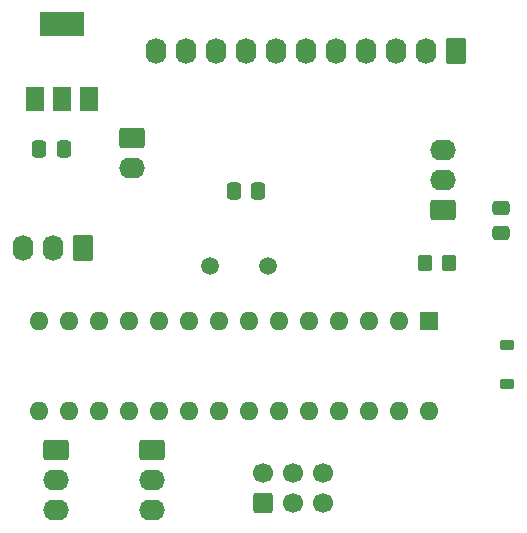
<source format=gbr>
%TF.GenerationSoftware,KiCad,Pcbnew,7.0.7*%
%TF.CreationDate,2023-10-31T12:47:44-05:00*%
%TF.ProjectId,445_project,3434355f-7072-46f6-9a65-63742e6b6963,rev?*%
%TF.SameCoordinates,Original*%
%TF.FileFunction,Soldermask,Top*%
%TF.FilePolarity,Negative*%
%FSLAX46Y46*%
G04 Gerber Fmt 4.6, Leading zero omitted, Abs format (unit mm)*
G04 Created by KiCad (PCBNEW 7.0.7) date 2023-10-31 12:47:44*
%MOMM*%
%LPD*%
G01*
G04 APERTURE LIST*
G04 Aperture macros list*
%AMRoundRect*
0 Rectangle with rounded corners*
0 $1 Rounding radius*
0 $2 $3 $4 $5 $6 $7 $8 $9 X,Y pos of 4 corners*
0 Add a 4 corners polygon primitive as box body*
4,1,4,$2,$3,$4,$5,$6,$7,$8,$9,$2,$3,0*
0 Add four circle primitives for the rounded corners*
1,1,$1+$1,$2,$3*
1,1,$1+$1,$4,$5*
1,1,$1+$1,$6,$7*
1,1,$1+$1,$8,$9*
0 Add four rect primitives between the rounded corners*
20,1,$1+$1,$2,$3,$4,$5,0*
20,1,$1+$1,$4,$5,$6,$7,0*
20,1,$1+$1,$6,$7,$8,$9,0*
20,1,$1+$1,$8,$9,$2,$3,0*%
G04 Aperture macros list end*
%ADD10RoundRect,0.250000X-0.845000X0.620000X-0.845000X-0.620000X0.845000X-0.620000X0.845000X0.620000X0*%
%ADD11O,2.190000X1.740000*%
%ADD12RoundRect,0.250000X0.845000X-0.620000X0.845000X0.620000X-0.845000X0.620000X-0.845000X-0.620000X0*%
%ADD13RoundRect,0.250000X-0.475000X0.337500X-0.475000X-0.337500X0.475000X-0.337500X0.475000X0.337500X0*%
%ADD14R,1.500000X2.000000*%
%ADD15R,3.800000X2.000000*%
%ADD16R,1.600000X1.600000*%
%ADD17O,1.600000X1.600000*%
%ADD18C,1.500000*%
%ADD19RoundRect,0.250000X-0.337500X-0.475000X0.337500X-0.475000X0.337500X0.475000X-0.337500X0.475000X0*%
%ADD20RoundRect,0.250000X0.350000X0.450000X-0.350000X0.450000X-0.350000X-0.450000X0.350000X-0.450000X0*%
%ADD21RoundRect,0.225000X-0.375000X0.225000X-0.375000X-0.225000X0.375000X-0.225000X0.375000X0.225000X0*%
%ADD22RoundRect,0.250000X0.620000X0.845000X-0.620000X0.845000X-0.620000X-0.845000X0.620000X-0.845000X0*%
%ADD23O,1.740000X2.190000*%
%ADD24RoundRect,0.250000X0.600000X-0.600000X0.600000X0.600000X-0.600000X0.600000X-0.600000X-0.600000X0*%
%ADD25C,1.700000*%
G04 APERTURE END LIST*
D10*
%TO.C,J1*%
X64389000Y-107950000D03*
D11*
X64389000Y-110490000D03*
%TD*%
D12*
%TO.C,POT1*%
X90678000Y-114046000D03*
D11*
X90678000Y-111506000D03*
X90678000Y-108966000D03*
%TD*%
D13*
%TO.C,C3*%
X95631000Y-113897500D03*
X95631000Y-115972500D03*
%TD*%
D14*
%TO.C,U2*%
X56120000Y-104623000D03*
X58420000Y-104623000D03*
X60720000Y-104623000D03*
D15*
X58420000Y-98323000D03*
%TD*%
D16*
%TO.C,U1*%
X89535000Y-123444000D03*
D17*
X86995000Y-123444000D03*
X84455000Y-123444000D03*
X81915000Y-123444000D03*
X79375000Y-123444000D03*
X76835000Y-123444000D03*
X74295000Y-123444000D03*
X71755000Y-123444000D03*
X69215000Y-123444000D03*
X66675000Y-123444000D03*
X64135000Y-123444000D03*
X61595000Y-123444000D03*
X59055000Y-123444000D03*
X56515000Y-123444000D03*
X56515000Y-131064000D03*
X59055000Y-131064000D03*
X61595000Y-131064000D03*
X64135000Y-131064000D03*
X66675000Y-131064000D03*
X69215000Y-131064000D03*
X71755000Y-131064000D03*
X74295000Y-131064000D03*
X76835000Y-131064000D03*
X79375000Y-131064000D03*
X81915000Y-131064000D03*
X84455000Y-131064000D03*
X86995000Y-131064000D03*
X89535000Y-131064000D03*
%TD*%
D18*
%TO.C,Y1*%
X70976000Y-118745000D03*
X75856000Y-118745000D03*
%TD*%
D19*
%TO.C,C1*%
X56493500Y-108839000D03*
X58568500Y-108839000D03*
%TD*%
D20*
%TO.C,R1*%
X91170000Y-118491000D03*
X89170000Y-118491000D03*
%TD*%
D10*
%TO.C,RX_2*%
X57892000Y-134366000D03*
D11*
X57892000Y-136906000D03*
X57892000Y-139446000D03*
%TD*%
D10*
%TO.C,RX_3*%
X66020000Y-134366000D03*
D11*
X66020000Y-136906000D03*
X66020000Y-139446000D03*
%TD*%
D21*
%TO.C,D1*%
X96139000Y-125477000D03*
X96139000Y-128777000D03*
%TD*%
D22*
%TO.C,RX_1*%
X60198000Y-117221000D03*
D23*
X57658000Y-117221000D03*
X55118000Y-117221000D03*
%TD*%
D24*
%TO.C,J2*%
X75438000Y-138811000D03*
D25*
X75438000Y-136271000D03*
X77978000Y-138811000D03*
X77978000Y-136271000D03*
X80518000Y-138811000D03*
X80518000Y-136271000D03*
%TD*%
D22*
%TO.C,LCD1*%
X91821000Y-100584000D03*
D23*
X89281000Y-100584000D03*
X86741000Y-100584000D03*
X84201000Y-100584000D03*
X81661000Y-100584000D03*
X79121000Y-100584000D03*
X76581000Y-100584000D03*
X74041000Y-100584000D03*
X71501000Y-100584000D03*
X68961000Y-100584000D03*
X66421000Y-100584000D03*
%TD*%
D19*
%TO.C,C2*%
X72982000Y-112395000D03*
X75057000Y-112395000D03*
%TD*%
M02*

</source>
